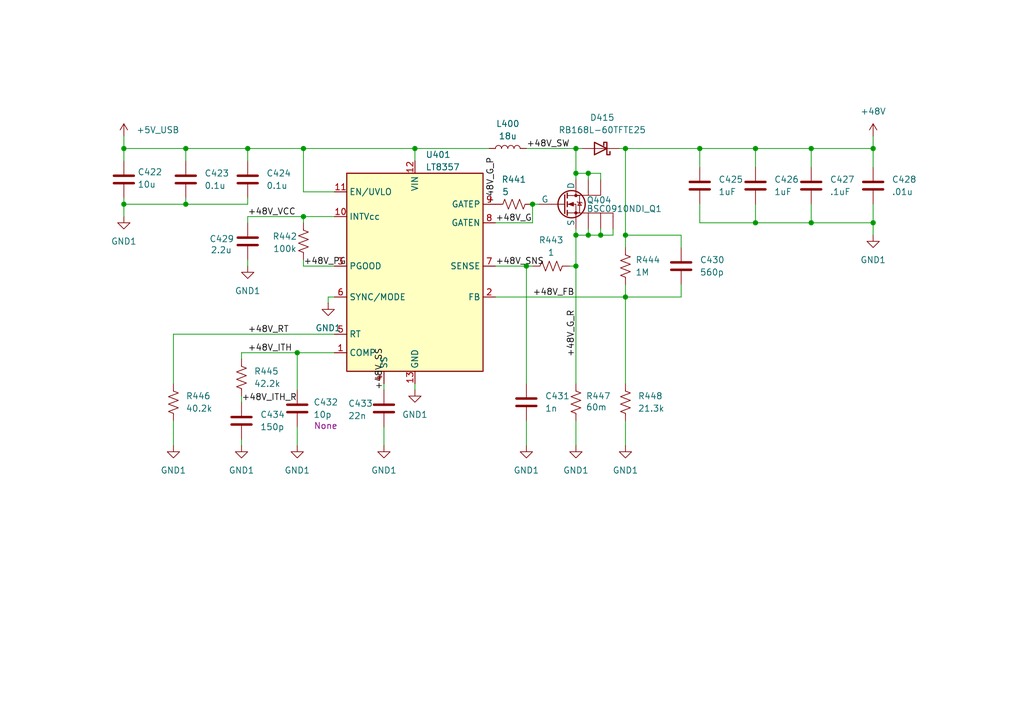
<source format=kicad_sch>
(kicad_sch (version 20231120) (generator "eeschema") (generator_version "8.0")
  (paper "A5")
  (title_block (title "Power Supply (+48V)"))
  (lib_symbols
    (symbol "Device:C" (pin_numbers hide) (pin_names (offset 0.254))
      (property "Reference" "C" (at 0.635 2.54 0))
      (property "Value" "C" (at 0.635 -2.54 0))
      (symbol "C_0_1"
        (polyline (pts (xy -2.032 -0.762) (xy 2.032 -0.762)) (stroke (width 0.508)))
        (polyline (pts (xy -2.032 0.762) (xy 2.032 0.762)) (stroke (width 0.508)))
      )
      (symbol "C_1_1"
        (pin passive line (at 0 3.81 270) (length 2.794) (name "~") (number "1"))
        (pin passive line (at 0 -3.81 90) (length 2.794) (name "~") (number "2"))
      )
    )
    (symbol "Device:D_Schottky" (pin_numbers hide) (pin_names (offset 1.016) hide)
      (property "Reference" "D" (at 0 2.54 0))
      (property "Value" "D_Schottky" (at 0 -2.54 0))
      (symbol "D_Schottky_0_1"
        (polyline (pts (xy 1.27 0) (xy -1.27 0)))
        (polyline (pts (xy 1.27 1.27) (xy 1.27 -1.27) (xy -1.27 0) (xy 1.27 1.27)) (stroke (width 0.254)))
        (polyline (pts (xy -1.905 0.635) (xy -1.905 1.27) (xy -1.27 1.27) (xy -1.27 -1.27) (xy -0.635 -1.27) (xy -0.635 -0.635)) (stroke (width 0.254)))
      )
      (symbol "D_Schottky_1_1"
        (pin passive line (at -3.81 0 0) (length 2.54) (name "K") (number "1"))
        (pin passive line (at 3.81 0 180) (length 2.54) (name "A") (number "2"))
      )
    )
    (symbol "Device:L" (pin_numbers hide) (pin_names (offset 1.016) hide)
      (property "Reference" "L" (at -1.27 0 90))
      (property "Value" "L" (at 1.905 0 90))
      (symbol "L_0_1"
        (arc (start 0 -2.54) (mid 0.6323 -1.905) (end 0 -1.27))
        (arc (start 0 -1.27) (mid 0.6323 -0.635) (end 0 0))
        (arc (start 0 0) (mid 0.6323 0.635) (end 0 1.27))
        (arc (start 0 1.27) (mid 0.6323 1.905) (end 0 2.54))
      )
      (symbol "L_1_1"
        (pin passive line (at 0 3.81 270) (length 1.27) (name "1") (number "1"))
        (pin passive line (at 0 -3.81 90) (length 1.27) (name "2") (number "2"))
      )
    )
    (symbol "Device:R_US" (pin_numbers hide) (pin_names (offset 0))
      (property "Reference" "R" (at 2.54 0 90))
      (property "Value" "R_US" (at -2.54 0 90))
      (symbol "R_US_0_1"
        (polyline (pts (xy 0 -2.286) (xy 0 -2.54)))
        (polyline (pts (xy 0 2.286) (xy 0 2.54)))
        (polyline (pts (xy 0 -0.762) (xy 1.016 -1.143) (xy 0 -1.524) (xy -1.016 -1.905) (xy 0 -2.286)))
        (polyline (pts (xy 0 0.762) (xy 1.016 0.381) (xy 0 0) (xy -1.016 -0.381) (xy 0 -0.762)))
        (polyline (pts (xy 0 2.286) (xy 1.016 1.905) (xy 0 1.524) (xy -1.016 1.143) (xy 0 0.762)))
      )
      (symbol "R_US_1_1"
        (pin passive line (at 0 3.81 270) (length 1.27) (name "~") (number "1"))
        (pin passive line (at 0 -3.81 90) (length 1.27) (name "~") (number "2"))
      )
    )
    (symbol "Project_Library:LT8357"
      (property "Reference" "U" (at 0 0 0))
      (symbol "LT8357_0_1"
        (rectangle (start -13.97 10.16) (end 13.97 -30.48) (stroke (width 0.254)) (fill (type background)))
      )
      (symbol "LT8357_1_1"
        (pin output line (at -16.51 -26.67 0) (length 2.54) (name "COMP") (number "1"))
        (pin power_out line (at -16.51 1.27 0) (length 2.54) (name "INTVcc") (number "10"))
        (pin input line (at -16.51 6.35 0) (length 2.54) (name "EN/UVLO") (number "11"))
        (pin power_in line (at 0 12.7 270) (length 2.54) (name "VIN") (number "12"))
        (pin power_in line (at 0 -33.02 90) (length 2.54) (name "GND") (number "13"))
        (pin input line (at 16.51 -15.24 180) (length 2.54) (name "FB") (number "2"))
        (pin output line (at -16.51 -8.89 0) (length 2.54) (name "PGOOD") (number "3"))
        (pin output line (at -6.35 -33.02 90) (length 2.54) (name "SS") (number "4"))
        (pin output line (at -16.51 -22.86 0) (length 2.54) (name "RT") (number "5"))
        (pin output line (at -16.51 -15.24 0) (length 2.54) (name "SYNC/MODE") (number "6"))
        (pin input line (at 16.51 -8.89 180) (length 2.54) (name "SENSE") (number "7"))
        (pin input line (at 16.51 0 180) (length 2.54) (name "GATEN") (number "8"))
        (pin output line (at 16.51 3.81 180) (length 2.54) (name "GATEP") (number "9"))
      )
    )
    (symbol "Simulation_SPICE:NMOS" (pin_numbers hide) (pin_names (offset 0))
      (property "Reference" "Q600" (at 5.08 1.016 0))
      (property "Value" "BSC0910NDI_Q1" (at 5.08 -0.762 0))
      (symbol "NMOS_0_1"
        (polyline (pts (xy 0.254 0) (xy -2.54 0)))
        (polyline (pts (xy 0.254 1.905) (xy 0.254 -1.905)) (stroke (width 0.254)))
        (polyline (pts (xy 0.762 -1.27) (xy 0.762 -2.286)) (stroke (width 0.254)))
        (polyline (pts (xy 0.762 0.508) (xy 0.762 -0.508)) (stroke (width 0.254)))
        (polyline (pts (xy 0.762 2.286) (xy 0.762 1.27)) (stroke (width 0.254)))
        (polyline (pts (xy 2.54 2.54) (xy 2.54 1.778)))
        (polyline (pts (xy 2.5316 -1.8059) (xy 7.6181 -1.8114) (xy 7.6192 -2.5197)))
        (polyline (pts (xy 2.5324 1.8262) (xy 7.6189 1.8317) (xy 7.62 2.54)))
        (polyline (pts (xy 2.54 -2.54) (xy 2.54 0) (xy 0.762 0)))
        (polyline (pts (xy 5.0791 -2.5197) (xy 5.0791 -1.8079) (xy 5.0792 -2.5197)))
        (polyline (pts (xy 5.0799 2.54) (xy 5.0799 1.8282) (xy 5.08 2.54)))
        (polyline (pts (xy 0.762 -1.778) (xy 3.302 -1.778) (xy 3.302 1.778) (xy 0.762 1.778)))
        (polyline (pts (xy 1.016 0) (xy 2.032 0.381) (xy 2.032 -0.381) (xy 1.016 0)) (fill (type outline)))
        (polyline (pts (xy 2.794 0.508) (xy 2.921 0.381) (xy 3.683 0.381) (xy 3.81 0.254)))
        (polyline (pts (xy 3.302 0.381) (xy 2.921 -0.254) (xy 3.683 -0.254) (xy 3.302 0.381)))
        (polyline (pts (xy 7.594 -1.8198) (xy 10.1592 -1.817) (xy 10.16 -2.54) (xy 10.16 -2.54)))
        (circle (center 1.651 0) (radius 2.794) (stroke (width 0.254)))
        (circle (center 2.54 -1.778) (radius 0.254) (fill (type outline)))
        (circle (center 2.54 1.778) (radius 0.254) (fill (type outline)))
      )
      (symbol "NMOS_1_1"
        (pin passive line (at 2.54 5.08 270) (length 2.54) (name "D") (number "1"))
        (pin passive line (at 5.08 5.08 270) (length 2.54) (name "") (number "2"))
        (pin passive line (at 7.62 5.08 270) (length 2.54) (name "") (number "3"))
        (pin input line (at -5.08 0 0) (length 2.54) (name "G") (number "4"))
        (pin passive line (at 2.54 -5.08 90) (length 2.54) (name "S") (number "5"))
        (pin passive line (at 5.08 -5.08 90) (length 2.54) (name "") (number "6"))
        (pin passive line (at 7.62 -5.08 90) (length 2.54) (name "") (number "7"))
        (pin passive line (at 10.16 -5.08 90) (length 2.54) (name "") (number "8"))
      )
    )
    (symbol "power:+48V" (power) (pin_numbers hide) (pin_names (offset 0) hide)
      (property "Value" "+48V" (at 0 3.556 0))
      (symbol "+48V_0_1"
        (polyline (pts (xy -0.762 1.27) (xy 0 2.54)))
        (polyline (pts (xy 0 0) (xy 0 2.54)))
        (polyline (pts (xy 0 2.54) (xy 0.762 1.27)))
      )
      (symbol "+48V_1_1"
        (pin power_in line (at 0 0 90) (length 0) (name "~") (number "1"))
      )
    )
    (symbol "power:+5V" (power) (pin_numbers hide) (pin_names (offset 0) hide)
      (property "Value" "+5V" (at 0 3.556 0))
      (symbol "+5V_0_1"
        (polyline (pts (xy -0.762 1.27) (xy 0 2.54)))
        (polyline (pts (xy 0 0) (xy 0 2.54)))
        (polyline (pts (xy 0 2.54) (xy 0.762 1.27)))
      )
      (symbol "+5V_1_1"
        (pin power_in line (at 0 0 90) (length 0) (name "~") (number "1"))
      )
    )
    (symbol "power:GND1" (power) (pin_numbers hide) (pin_names (offset 0) hide)
      (property "Value" "GND1" (at 0 -3.81 0))
      (symbol "GND1_0_1"
        (polyline (pts (xy 0 0) (xy 0 -1.27) (xy 1.27 -1.27) (xy 0 -2.54) (xy -1.27 -1.27) (xy 0 -1.27)))
      )
      (symbol "GND1_1_1"
        (pin power_in line (at 0 0 270) (length 0) (name "~") (number "1"))
      )
    )
  )
  (junction (at 179.07 45.72))
  (junction (at 109.22 41.91))
  (junction (at 128.27 48.26))
  (junction (at 62.23 30.48))
  (junction (at 50.8 30.48))
  (junction (at 179.07 30.48))
  (junction (at 120.65 48.26))
  (junction (at 38.1 30.48))
  (junction (at 62.23 44.45))
  (junction (at 118.11 54.61))
  (junction (at 128.27 60.96))
  (junction (at 85.09 30.48))
  (junction (at 60.96 72.39))
  (junction (at 118.11 35.56))
  (junction (at 118.11 48.26))
  (junction (at 166.37 30.48))
  (junction (at 38.1 41.91))
  (junction (at 154.94 30.48))
  (junction (at 143.51 30.48))
  (junction (at 120.65 35.56))
  (junction (at 107.95 54.61))
  (junction (at 25.4 41.91))
  (junction (at 166.37 45.72))
  (junction (at 123.19 48.26))
  (junction (at 128.27 30.48))
  (junction (at 25.4 30.48))
  (junction (at 154.94 45.72))
  (junction (at 118.11 30.48))
  (wire (pts (xy 143.51 30.48) (xy 143.51 34.29)))
  (wire (pts (xy 143.51 41.91) (xy 143.51 45.72)))
  (wire (pts (xy 118.11 86.36) (xy 118.11 91.44)))
  (wire (pts (xy 154.94 45.72) (xy 143.51 45.72)))
  (wire (pts (xy 101.6 60.96) (xy 128.27 60.96)))
  (wire (pts (xy 107.95 54.61) (xy 107.95 78.74)))
  (wire (pts (xy 128.27 86.36) (xy 128.27 91.44)))
  (wire (pts (xy 78.74 87.63) (xy 78.74 91.44)))
  (wire (pts (xy 25.4 33.02) (xy 25.4 30.48)))
  (wire (pts (xy 128.27 30.48) (xy 143.51 30.48)))
  (wire (pts (xy 127 30.48) (xy 128.27 30.48)))
  (wire (pts (xy 107.95 54.61) (xy 109.22 54.61)))
  (wire (pts (xy 38.1 41.91) (xy 50.8 41.91)))
  (wire (pts (xy 25.4 40.64) (xy 25.4 41.91)))
  (wire (pts (xy 35.56 68.58) (xy 68.58 68.58)))
  (wire (pts (xy 101.6 45.72) (xy 109.22 45.72)))
  (wire (pts (xy 50.8 53.34) (xy 50.8 54.61)))
  (wire (pts (xy 139.7 60.96) (xy 139.7 58.42)))
  (wire (pts (xy 50.8 30.48) (xy 62.23 30.48)))
  (wire (pts (xy 123.19 48.26) (xy 120.65 48.26)))
  (wire (pts (xy 85.09 30.48) (xy 85.09 33.02)))
  (wire (pts (xy 139.7 50.8) (xy 139.7 48.26)))
  (wire (pts (xy 50.8 41.91) (xy 50.8 40.64)))
  (wire (pts (xy 35.56 68.58) (xy 35.56 78.74)))
  (wire (pts (xy 128.27 60.96) (xy 139.7 60.96)))
  (wire (pts (xy 68.58 39.37) (xy 62.23 39.37)))
  (wire (pts (xy 35.56 86.36) (xy 35.56 91.44)))
  (wire (pts (xy 118.11 54.61) (xy 118.11 78.74)))
  (wire (pts (xy 60.96 72.39) (xy 60.96 80.01)))
  (wire (pts (xy 116.84 54.61) (xy 118.11 54.61)))
  (wire (pts (xy 68.58 60.96) (xy 67.31 60.96)))
  (wire (pts (xy 50.8 30.48) (xy 50.8 33.02)))
  (wire (pts (xy 78.74 80.01) (xy 78.74 78.74)))
  (wire (pts (xy 25.4 27.94) (xy 25.4 30.48)))
  (wire (pts (xy 118.11 30.48) (xy 119.38 30.48)))
  (wire (pts (xy 123.19 48.26) (xy 125.73 48.26)))
  (wire (pts (xy 50.8 44.45) (xy 62.23 44.45)))
  (wire (pts (xy 101.6 54.61) (xy 107.95 54.61)))
  (wire (pts (xy 67.31 60.96) (xy 67.31 62.23)))
  (wire (pts (xy 128.27 60.96) (xy 128.27 78.74)))
  (wire (pts (xy 118.11 35.56) (xy 120.65 35.56)))
  (wire (pts (xy 179.07 30.48) (xy 179.07 34.29)))
  (wire (pts (xy 166.37 30.48) (xy 179.07 30.48)))
  (wire (pts (xy 107.95 86.36) (xy 107.95 91.44)))
  (wire (pts (xy 118.11 48.26) (xy 120.65 48.26)))
  (wire (pts (xy 179.07 45.72) (xy 179.07 48.26)))
  (wire (pts (xy 49.53 72.39) (xy 60.96 72.39)))
  (wire (pts (xy 118.11 30.48) (xy 118.11 35.56)))
  (wire (pts (xy 38.1 33.02) (xy 38.1 30.48)))
  (wire (pts (xy 25.4 30.48) (xy 38.1 30.48)))
  (wire (pts (xy 49.53 73.66) (xy 49.53 72.39)))
  (wire (pts (xy 139.7 48.26) (xy 128.27 48.26)))
  (wire (pts (xy 85.09 78.74) (xy 85.09 80.01)))
  (wire (pts (xy 25.4 44.45) (xy 25.4 41.91)))
  (wire (pts (xy 179.07 27.94) (xy 179.07 30.48)))
  (wire (pts (xy 50.8 44.45) (xy 50.8 45.72)))
  (wire (pts (xy 179.07 41.91) (xy 179.07 45.72)))
  (wire (pts (xy 154.94 30.48) (xy 166.37 30.48)))
  (wire (pts (xy 123.19 35.56) (xy 123.19 36.83)))
  (wire (pts (xy 118.11 48.26) (xy 118.11 54.61)))
  (wire (pts (xy 118.11 48.26) (xy 118.11 46.99)))
  (wire (pts (xy 62.23 30.48) (xy 62.23 39.37)))
  (wire (pts (xy 120.65 48.26) (xy 120.65 46.99)))
  (wire (pts (xy 143.51 30.48) (xy 154.94 30.48)))
  (wire (pts (xy 128.27 58.42) (xy 128.27 60.96)))
  (wire (pts (xy 38.1 30.48) (xy 50.8 30.48)))
  (wire (pts (xy 62.23 30.48) (xy 85.09 30.48)))
  (wire (pts (xy 85.09 30.48) (xy 100.33 30.48)))
  (wire (pts (xy 62.23 45.72) (xy 62.23 44.45)))
  (wire (pts (xy 125.73 48.26) (xy 125.73 46.99)))
  (wire (pts (xy 62.23 54.61) (xy 68.58 54.61)))
  (wire (pts (xy 154.94 45.72) (xy 154.94 41.91)))
  (wire (pts (xy 49.53 91.44) (xy 49.53 90.17)))
  (wire (pts (xy 60.96 72.39) (xy 68.58 72.39)))
  (wire (pts (xy 38.1 41.91) (xy 25.4 41.91)))
  (wire (pts (xy 49.53 81.28) (xy 49.53 82.55)))
  (wire (pts (xy 38.1 40.64) (xy 38.1 41.91)))
  (wire (pts (xy 62.23 44.45) (xy 68.58 44.45)))
  (wire (pts (xy 107.95 30.48) (xy 118.11 30.48)))
  (wire (pts (xy 110.49 41.91) (xy 109.22 41.91)))
  (wire (pts (xy 109.22 41.91) (xy 109.22 45.72)))
  (wire (pts (xy 166.37 45.72) (xy 179.07 45.72)))
  (wire (pts (xy 123.19 48.26) (xy 123.19 46.99)))
  (wire (pts (xy 120.65 35.56) (xy 123.19 35.56)))
  (wire (pts (xy 166.37 45.72) (xy 166.37 41.91)))
  (wire (pts (xy 62.23 53.34) (xy 62.23 54.61)))
  (wire (pts (xy 166.37 45.72) (xy 154.94 45.72)))
  (wire (pts (xy 60.96 87.63) (xy 60.96 91.44)))
  (wire (pts (xy 128.27 48.26) (xy 128.27 50.8)))
  (wire (pts (xy 128.27 30.48) (xy 128.27 48.26)))
  (wire (pts (xy 154.94 30.48) (xy 154.94 34.29)))
  (wire (pts (xy 166.37 30.48) (xy 166.37 34.29)))
  (wire (pts (xy 118.11 35.56) (xy 118.11 36.83)))
  (wire (pts (xy 120.65 35.56) (xy 120.65 36.83)))
  (label "+48V_SS" (at 78.74 80.01 90))
  (label "+48V_FB" (at 109.22 60.96 0))
  (label "+48V_VCC" (at 50.8 44.45 0))
  (label "+48V_ITH_R" (at 49.53 82.55 0))
  (label "+48V_G_R" (at 118.11 63.5 270))
  (label "+48V_SNS" (at 101.6 54.61 0))
  (label "+48V_SW" (at 107.95 30.48 0))
  (label "+48V_PG" (at 62.23 54.61 0))
  (label "+48V_RT" (at 50.8 68.58 0))
  (label "+48V_ITH" (at 50.8 72.39 0))
  (label "+48V_G" (at 101.6 45.72 0))
  (label "+48V_G_P" (at 101.6 41.91 90))
  (symbol (lib_id "Device:R_US") (at 62.23 49.53 180) (unit 1)
    (property "Reference" "R442" (at 58.42 48.514 0))
    (property "Value" "100k" (at 58.42 51.054 0))
    (property "Footprint" "Resistor_SMD:R_0402_1005Metric" (effects (hide yes)))
    (property "Description" "CRCW0402100KFKEDC" (effects (hide yes)))
  )
  (symbol (lib_id "Project_Library:LT8357") (at 85.09 45.72 0) (unit 1)
    (property "Reference" "U401" (at 87.2841 31.75 0) (effects (justify left)))
    (property "Value" "LT8357" (at 87.2841 34.29 0) (effects (justify left)))
    (property "Footprint" "Package_SO:MSOP-12-1EP_3x4mm_P0.65mm_EP1.65x2.85mm_ThermalVias" (effects (hide yes)))
    (property "Description" "LT8357" (effects (hide yes)))
  )
  (symbol (lib_id "power:+48V") (at 179.07 27.94 0) (unit 1)
    (property "Reference" "#PWR0433" (effects (hide yes)))
    (property "Value" "+48V" (at 179.07 22.86 0))
    (property "Description" "Power symbol creates a global label with name \"+48V\"" (effects (hide yes)))
  )
  (symbol (lib_id "Device:C") (at 166.37 38.1 0) (unit 1)
    (property "Reference" "C427" (at 170.18 36.8299 0) (effects (justify left)))
    (property "Value" ".1uF" (at 170.18 39.3699 0) (effects (justify left)))
    (property "Footprint" "Capacitor_SMD:C_1206_3216Metric" (effects (hide yes)))
    (property "Description" "GRM3195C2A104JA01" (effects (hide yes)))
  )
  (symbol (lib_id "power:GND1") (at 50.8 54.61 0) (unit 1)
    (property "Reference" "#PWR0436" (effects (hide yes)))
    (property "Value" "GND1" (at 50.8 59.69 0))
    (property "Description" "Power symbol creates a global label with name \"GND1\" , ground" (effects (hide yes)))
  )
  (symbol (lib_id "power:GND1") (at 35.56 91.44 0) (unit 1)
    (property "Reference" "#PWR0439" (effects (hide yes)))
    (property "Value" "GND1" (at 35.56 96.52 0))
    (property "Description" "Power symbol creates a global label with name \"GND1\" , ground" (effects (hide yes)))
  )
  (symbol (lib_id "Device:R_US") (at 128.27 82.55 0) (unit 1)
    (property "Reference" "R448" (at 130.81 81.2799 0) (effects (justify left)))
    (property "Value" "21.3k" (at 130.81 83.8199 0) (effects (justify left)))
    (property "Footprint" "Resistor_SMD:R_0402_1005Metric" (effects (hide yes)))
    (property "Description" "RT0402BRD0721K3L" (effects (hide yes)))
  )
  (symbol (lib_id "Device:C") (at 139.7 54.61 0) (unit 1)
    (property "Reference" "C430" (at 143.51 53.3399 0) (effects (justify left)))
    (property "Value" "560p" (at 143.51 55.8799 0) (effects (justify left)))
    (property "Footprint" "Capacitor_SMD:C_0402_1005Metric" (effects (hide yes)))
    (property "Description" "Unpolarized capacitor" (effects (hide yes)))
  )
  (symbol (lib_id "Device:R_US") (at 113.03 54.61 90) (unit 1)
    (property "Reference" "R443" (at 113.03 49.276 90))
    (property "Value" "1" (at 113.03 51.816 90))
    (property "Footprint" "Resistor_SMD:R_0603_1608Metric" (effects (hide yes)))
    (property "Description" "RNCP0603FTD1R00" (effects (hide yes)))
  )
  (symbol (lib_id "Simulation_SPICE:NMOS") (at 115.57 41.91 0) (unit 1)
    (property "Reference" "Q404" (at 120.2721 41.0682 0) (effects (justify left)))
    (property "Value" "BSC0910NDI_Q1" (at 120.2721 42.8462 0) (effects (justify left)))
    (property "Footprint" "footprint:PG-TSDSON-8-1&slash_2_INF" (effects (hide yes)))
    (property "Datasheet" "https://ngspice.sourceforge.io/docs/ngspice-html-manual/manual.xhtml#cha_MOSFETs" (effects (hide yes)))
    (property "Description" "INFINEON BSC094N06LS5" (effects (hide yes)))
    (property "Sim.Device" "NMOS" (effects (hide yes)))
    (property "Sim.Type" "VDMOS" (effects (hide yes)))
    (property "Sim.Pins" "1=D 2=G 3=S" (effects (hide yes)))
  )
  (symbol (lib_id "power:+5V") (at 25.4 27.94 0) (unit 1)
    (property "Reference" "#PWR0432" (effects (hide yes)))
    (property "Value" "+5V_USB" (at 27.94 26.6699 0) (effects (justify left)))
    (property "Description" "Power symbol creates a global label with name \"+5V\"" (effects (hide yes)))
  )
  (symbol (lib_id "Device:C") (at 143.51 38.1 0) (unit 1)
    (property "Reference" "C425" (at 147.32 36.8299 0) (effects (justify left)))
    (property "Value" "1uF" (at 147.32 39.3699 0) (effects (justify left)))
    (property "Footprint" "Capacitor_SMD:C_1206_3216Metric" (effects (hide yes)))
    (property "Description" "GCJ31CR72A105KA01" (effects (hide yes)))
  )
  (symbol (lib_id "power:GND1") (at 128.27 91.44 0) (unit 1)
    (property "Reference" "#PWR0445" (effects (hide yes)))
    (property "Value" "GND1" (at 128.27 96.52 0))
    (property "Description" "Power symbol creates a global label with name \"GND1\" , ground" (effects (hide yes)))
  )
  (symbol (lib_id "Device:C") (at 78.74 83.82 0) (unit 1)
    (property "Reference" "C433" (at 71.374 82.804 0) (effects (justify left)))
    (property "Value" "22n" (at 71.374 85.344 0) (effects (justify left)))
    (property "Footprint" "Capacitor_SMD:C_0402_1005Metric" (effects (hide yes)))
    (property "Description" "GRM15XR61A223KA86D" (effects (hide yes)))
  )
  (symbol (lib_id "Device:R_US") (at 118.11 82.55 0) (unit 1)
    (property "Reference" "R447" (at 120.142 81.28 0) (effects (justify left)))
    (property "Value" "60m" (at 120.142 83.566 0) (effects (justify left)))
    (property "Footprint" "Resistor_SMD:R_0603_1608Metric" (effects (hide yes)))
    (property "Description" "WSLP0603R0600FEB" (effects (hide yes)))
  )
  (symbol (lib_id "power:GND1") (at 67.31 62.23 0) (unit 1)
    (property "Reference" "#PWR0437" (effects (hide yes)))
    (property "Value" "GND1" (at 67.31 67.31 0))
    (property "Description" "Power symbol creates a global label with name \"GND1\" , ground" (effects (hide yes)))
  )
  (symbol (lib_id "Device:C") (at 50.8 49.53 0) (unit 1)
    (property "Reference" "C429" (at 42.926 49.022 0) (effects (justify left)))
    (property "Value" "2.2u" (at 43.18 51.308 0) (effects (justify left)))
    (property "Footprint" "Capacitor_SMD:C_0402_1005Metric" (effects (hide yes)))
    (property "Description" "GRM155Z71A225KE01D" (effects (hide yes)))
  )
  (symbol (lib_id "power:GND1") (at 179.07 48.26 0) (unit 1)
    (property "Reference" "#PWR0435" (effects (hide yes)))
    (property "Value" "GND1" (at 179.07 53.34 0))
    (property "Description" "Power symbol creates a global label with name \"GND1\" , ground" (effects (hide yes)))
  )
  (symbol (lib_id "Device:R_US") (at 128.27 54.61 0) (unit 1)
    (property "Reference" "R444" (at 130.302 53.34 0) (effects (justify left)))
    (property "Value" "1M" (at 130.302 55.88 0) (effects (justify left)))
    (property "Footprint" "Resistor_SMD:R_0402_1005Metric" (effects (hide yes)))
    (property "Description" "CRCW04021M00FKED" (effects (hide yes)))
  )
  (symbol (lib_id "Device:C") (at 25.4 36.83 0) (unit 1)
    (property "Reference" "C422" (at 28.194 35.306 0) (effects (justify left)))
    (property "Value" "10u" (at 28.194 37.846 0) (effects (justify left)))
    (property "Footprint" "Capacitor_SMD:C_1206_3216Metric" (effects (hide yes)))
    (property "Description" "CNC5L1X7R1E106K160AE" (effects (hide yes)))
  )
  (symbol (lib_id "Device:C") (at 49.53 86.36 0) (unit 1)
    (property "Reference" "C434" (at 53.34 85.0899 0) (effects (justify left)))
    (property "Value" "150p" (at 53.34 87.6299 0) (effects (justify left)))
    (property "Footprint" "Capacitor_SMD:C_0402_1005Metric" (effects (hide yes)))
    (property "Description" "VJ0402A151KXQCW1BC" (effects (hide yes)))
  )
  (symbol (lib_id "Device:R_US") (at 49.53 77.47 0) (unit 1)
    (property "Reference" "R445" (at 52.07 76.1999 0) (effects (justify left)))
    (property "Value" "42.2k" (at 52.07 78.7399 0) (effects (justify left)))
    (property "Footprint" "Resistor_SMD:R_0402_1005Metric" (effects (hide yes)))
    (property "Description" "ERA-2AED4222X" (effects (hide yes)))
  )
  (symbol (lib_id "Device:D_Schottky") (at 123.19 30.48 180) (unit 1)
    (property "Reference" "D415" (at 123.5075 24.13 0))
    (property "Value" "RB168L-60TFTE25" (at 123.5075 26.67 0))
    (property "Footprint" "footprint:DIOM5026X220N" (effects (hide yes)))
    (property "Description" " ON SEMI FSV1060V" (effects (hide yes)))
  )
  (symbol (lib_id "power:GND1") (at 25.4 44.45 0) (unit 1)
    (property "Reference" "#PWR0434" (effects (hide yes)))
    (property "Value" "GND1" (at 25.4 49.53 0))
    (property "Description" "Power symbol creates a global label with name \"GND1\" , ground" (effects (hide yes)))
  )
  (symbol (lib_id "Device:C") (at 38.1 36.83 0) (unit 1)
    (property "Reference" "C423" (at 41.91 35.5599 0) (effects (justify left)))
    (property "Value" "0.1u" (at 41.91 38.0999 0) (effects (justify left)))
    (property "Footprint" "Capacitor_SMD:C_0402_1005Metric" (effects (hide yes)))
    (property "Description" "MLAST105SB5104KFNA01" (effects (hide yes)))
  )
  (symbol (lib_id "power:GND1") (at 78.74 91.44 0) (unit 1)
    (property "Reference" "#PWR0442" (effects (hide yes)))
    (property "Value" "GND1" (at 78.74 96.52 0))
    (property "Description" "Power symbol creates a global label with name \"GND1\" , ground" (effects (hide yes)))
  )
  (symbol (lib_id "power:GND1") (at 118.11 91.44 0) (unit 1)
    (property "Reference" "#PWR0444" (effects (hide yes)))
    (property "Value" "GND1" (at 118.11 96.52 0))
    (property "Description" "Power symbol creates a global label with name \"GND1\" , ground" (effects (hide yes)))
  )
  (symbol (lib_id "power:GND1") (at 85.09 80.01 0) (unit 1)
    (property "Reference" "#PWR0438" (effects (hide yes)))
    (property "Value" "GND1" (at 85.09 85.09 0))
    (property "Description" "Power symbol creates a global label with name \"GND1\" , ground" (effects (hide yes)))
  )
  (symbol (lib_id "Device:R_US") (at 105.41 41.91 90) (unit 1)
    (property "Reference" "R441" (at 107.95 36.83 90) (effects (justify left)))
    (property "Value" "5" (at 104.394 39.37 90) (effects (justify left)))
    (property "Footprint" "Resistor_SMD:R_0402_1005Metric" (effects (hide yes)))
    (property "Description" "ERJ-2GEJ5R1X or 560112110141" (effects (hide yes)))
  )
  (symbol (lib_id "Device:C") (at 154.94 38.1 0) (unit 1)
    (property "Reference" "C426" (at 158.75 36.8299 0) (effects (justify left)))
    (property "Value" "1uF" (at 158.75 39.3699 0) (effects (justify left)))
    (property "Footprint" "Capacitor_SMD:C_1206_3216Metric" (effects (hide yes)))
    (property "Description" "GCJ31CR72A105KA01" (effects (hide yes)))
  )
  (symbol (lib_id "power:GND1") (at 107.95 91.44 0) (unit 1)
    (property "Reference" "#PWR0443" (effects (hide yes)))
    (property "Value" "GND1" (at 107.95 96.52 0))
    (property "Description" "Power symbol creates a global label with name \"GND1\" , ground" (effects (hide yes)))
  )
  (symbol (lib_id "Device:C") (at 179.07 38.1 0) (unit 1)
    (property "Reference" "C428" (at 182.88 36.8299 0) (effects (justify left)))
    (property "Value" ".01u" (at 182.88 39.3699 0) (effects (justify left)))
    (property "Footprint" "Capacitor_SMD:C_0805_2012Metric" (effects (hide yes)))
    (property "Description" "C0805C103K1RACTU" (effects (hide yes)))
    (property "Field5" "GRM2165C2A103JA01" (effects (hide yes)))
  )
  (symbol (lib_id "Device:L") (at 104.14 30.48 90) (unit 1)
    (property "Reference" "L400" (at 104.14 25.4 90))
    (property "Value" "18u" (at 104.14 27.94 90))
    (property "Footprint" "Inductor_SMD:L_7.3x7.3_H4.5" (effects (hide yes)))
    (property "Description" "7447779118" (effects (hide yes)))
  )
  (symbol (lib_id "power:GND1") (at 49.53 91.44 0) (unit 1)
    (property "Reference" "#PWR0440" (effects (hide yes)))
    (property "Value" "GND1" (at 49.53 96.52 0))
    (property "Description" "Power symbol creates a global label with name \"GND1\" , ground" (effects (hide yes)))
  )
  (symbol (lib_id "Device:R_US") (at 35.56 82.55 0) (unit 1)
    (property "Reference" "R446" (at 38.1 81.2799 0) (effects (justify left)))
    (property "Value" "40.2k" (at 38.1 83.8199 0) (effects (justify left)))
    (property "Footprint" "Resistor_SMD:R_0402_1005Metric" (effects (hide yes)))
    (property "Description" "ERA-2AED4022X" (effects (hide yes)))
  )
  (symbol (lib_id "Device:C") (at 50.8 36.83 0) (unit 1)
    (property "Reference" "C424" (at 54.61 35.5599 0) (effects (justify left)))
    (property "Value" "0.1u" (at 54.61 38.0999 0) (effects (justify left)))
    (property "Footprint" "Capacitor_SMD:C_0402_1005Metric" (effects (hide yes)))
    (property "Description" "MLAST105SB5104KFNA01" (effects (hide yes)))
  )
  (symbol (lib_id "power:GND1") (at 60.96 91.44 0) (unit 1)
    (property "Reference" "#PWR0441" (effects (hide yes)))
    (property "Value" "GND1" (at 60.96 96.52 0))
    (property "Description" "Power symbol creates a global label with name \"GND1\" , ground" (effects (hide yes)))
  )
  (symbol (lib_id "Device:C") (at 107.95 82.55 0) (unit 1)
    (property "Reference" "C431" (at 111.76 81.2799 0) (effects (justify left)))
    (property "Value" "1n" (at 111.76 83.8199 0) (effects (justify left)))
    (property "Footprint" "Capacitor_SMD:C_0402_1005Metric" (effects (hide yes)))
    (property "Description" "GRM022R71A102MA12L" (effects (hide yes)))
  )
  (symbol (lib_id "Device:C") (at 60.96 83.82 0) (unit 1)
    (property "Reference" "C432" (at 64.262 82.55 0) (effects (justify left)))
    (property "Value" "10p" (at 64.262 85.09 0) (effects (justify left)))
    (property "Footprint" "Capacitor_SMD:C_0402_1005Metric" (effects (hide yes)))
    (property "Description" "VJ0402A100KXQCW1BC" (effects (hide yes)))
    (property "Placed" "None" (at 66.802 87.376 0))
  )
)
</source>
